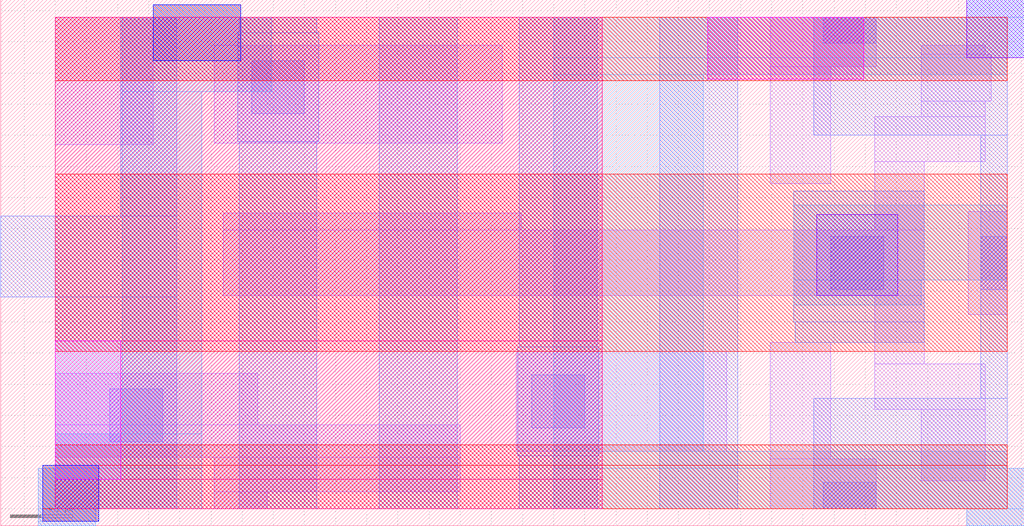
<source format=lef>
# Copyright 2020 The SkyWater PDK Authors
#
# Licensed under the Apache License, Version 2.0 (the "License");
# you may not use this file except in compliance with the License.
# You may obtain a copy of the License at
#
#     https://www.apache.org/licenses/LICENSE-2.0
#
# Unless required by applicable law or agreed to in writing, software
# distributed under the License is distributed on an "AS IS" BASIS,
# WITHOUT WARRANTIES OR CONDITIONS OF ANY KIND, either express or implied.
# See the License for the specific language governing permissions and
# limitations under the License.
#
# SPDX-License-Identifier: Apache-2.0

VERSION 5.7 ;
  NOWIREEXTENSIONATPIN ON ;
  DIVIDERCHAR "/" ;
  BUSBITCHARS "[]" ;
MACRO sky130_fd_bd_sram__sram_dp_swldrv_opt1bi
  CLASS BLOCK ;
  FOREIGN sky130_fd_bd_sram__sram_dp_swldrv_opt1bi ;
  ORIGIN  0.175000  0.055000 ;
  SIZE  3.285000 BY  1.690000 ;
  OBS
    LAYER li1 ;
      RECT 0.000000 0.165000 1.300000 0.270000 ;
      RECT 0.000000 0.270000 0.650000 0.435000 ;
      RECT 0.000000 1.170000 0.315000 1.580000 ;
      RECT 0.510000 0.000000 0.680000 0.055000 ;
      RECT 0.510000 0.055000 1.300000 0.165000 ;
      RECT 0.510000 1.175000 1.435000 1.490000 ;
      RECT 0.540000 0.685000 2.790000 0.895000 ;
      RECT 0.540000 0.895000 1.495000 0.950000 ;
      RECT 1.480000 0.185000 2.155000 0.505000 ;
      RECT 2.295000 0.000000 2.635000 0.160000 ;
      RECT 2.295000 0.160000 2.490000 0.535000 ;
      RECT 2.295000 1.045000 2.490000 1.420000 ;
      RECT 2.295000 1.420000 2.635000 1.580000 ;
      RECT 2.630000 0.320000 2.985000 0.465000 ;
      RECT 2.630000 0.465000 2.790000 0.685000 ;
      RECT 2.630000 0.895000 2.790000 1.115000 ;
      RECT 2.630000 1.115000 2.985000 1.260000 ;
      RECT 2.780000 0.090000 2.985000 0.320000 ;
      RECT 2.780000 1.260000 2.985000 1.310000 ;
      RECT 2.780000 1.310000 3.005000 1.460000 ;
      RECT 2.780000 1.460000 2.985000 1.490000 ;
      RECT 2.930000 0.625000 3.055000 0.955000 ;
    LAYER mcon ;
      RECT 0.175000 0.215000 0.345000 0.385000 ;
      RECT 0.630000 1.270000 0.800000 1.440000 ;
      RECT 1.530000 0.260000 1.700000 0.430000 ;
      RECT 2.465000 0.000000 2.635000 0.085000 ;
      RECT 2.465000 1.495000 2.635000 1.580000 ;
      RECT 2.490000 0.705000 2.660000 0.875000 ;
      RECT 2.970000 0.705000 3.055000 0.875000 ;
    LAYER met1 ;
      RECT -0.175000  0.680000 0.390000 0.940000 ;
      RECT -0.055000 -0.055000 0.130000 0.000000 ;
      RECT -0.055000  0.000000 0.390000 0.130000 ;
      RECT  0.000000  0.130000 0.390000 0.680000 ;
      RECT  0.210000  0.940000 0.390000 1.580000 ;
      RECT  0.585000  1.180000 0.845000 1.530000 ;
      RECT  0.590000  0.000000 0.840000 1.180000 ;
      RECT  0.590000  1.530000 0.840000 1.580000 ;
      RECT  1.040000  0.000000 1.290000 1.580000 ;
      RECT  1.485000  0.170000 1.745000 0.520000 ;
      RECT  1.490000  0.000000 1.740000 0.170000 ;
      RECT  1.490000  0.520000 1.740000 1.580000 ;
      RECT  1.940000  0.000000 2.190000 1.580000 ;
      RECT  2.370000  0.600000 2.790000 1.020000 ;
      RECT  2.375000  0.535000 2.790000 0.600000 ;
      RECT  2.435000  0.000000 3.110000 0.130000 ;
      RECT  2.435000  0.130000 3.055000 0.355000 ;
      RECT  2.435000  1.200000 3.055000 1.450000 ;
      RECT  2.435000  1.450000 3.110000 1.580000 ;
      RECT  2.925000 -0.055000 3.110000 0.000000 ;
      RECT  2.925000  1.580000 3.110000 1.635000 ;
      RECT  2.970000  0.355000 3.055000 1.200000 ;
    LAYER met2 ;
      RECT -0.055000 -0.055000 0.130000 -0.040000 ;
      RECT -0.055000 -0.040000 0.140000  0.000000 ;
      RECT -0.055000  0.000000 0.470000  0.130000 ;
      RECT -0.040000  0.130000 0.470000  0.140000 ;
      RECT  0.000000  0.140000 0.470000  0.240000 ;
      RECT  0.215000  0.240000 0.470000  1.340000 ;
      RECT  0.215000  1.340000 0.695000  1.580000 ;
      RECT  0.315000  1.580000 0.595000  1.620000 ;
      RECT  1.600000  0.000000 3.110000  0.130000 ;
      RECT  1.600000  0.130000 3.055000  0.185000 ;
      RECT  1.600000  0.185000 2.080000  1.395000 ;
      RECT  1.600000  1.395000 3.055000  1.450000 ;
      RECT  1.600000  1.450000 3.110000  1.580000 ;
      RECT  2.370000  0.655000 2.780000  0.735000 ;
      RECT  2.370000  0.735000 3.055000  0.975000 ;
      RECT  2.925000 -0.055000 3.110000  0.000000 ;
      RECT  2.925000  1.580000 3.110000  1.635000 ;
    LAYER met3 ;
      RECT -0.040000 -0.040000 0.140000 0.000000 ;
      RECT -0.040000  0.000000 3.055000 0.140000 ;
      RECT  0.000000  0.140000 3.055000 0.205000 ;
      RECT  0.000000  0.505000 3.055000 1.075000 ;
      RECT  0.000000  1.375000 3.055000 1.580000 ;
      RECT  0.315000  1.580000 0.595000 1.620000 ;
    LAYER nwell ;
      RECT 0.000000 0.000000 1.755000 0.095000 ;
      RECT 0.210000 0.095000 1.755000 0.540000 ;
    LAYER nwell ;
      RECT 0.000000 0.540000 1.755000 1.580000 ;
    LAYER pwell ;
      RECT 0.000000 0.095000 0.210000 0.540000 ;
      RECT 2.095000 1.380000 2.595000 1.580000 ;
    LAYER via ;
      RECT 2.445000 0.685000 2.705000 0.945000 ;
      RECT 2.925000 1.450000 3.110000 1.635000 ;
    LAYER via2 ;
      RECT -0.040000 -0.040000 0.140000 0.140000 ;
      RECT  0.315000  1.440000 0.595000 1.620000 ;
  END
END sky130_fd_bd_sram__sram_dp_swldrv_opt1bi
END LIBRARY

</source>
